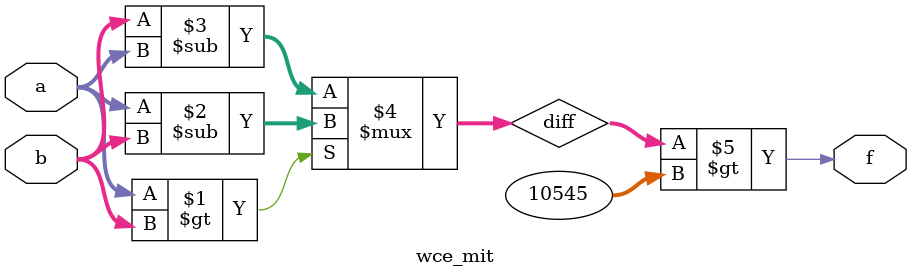
<source format=v>
module wce_mit(a, b, f);
parameter _bit = 16;
parameter wce = 10545;
input [_bit - 1: 0] a;
input [_bit - 1: 0] b;
output f;
wire [_bit - 1: 0] diff;
assign diff = (a > b)? (a - b): (b - a);
assign f = (diff > wce);
endmodule

</source>
